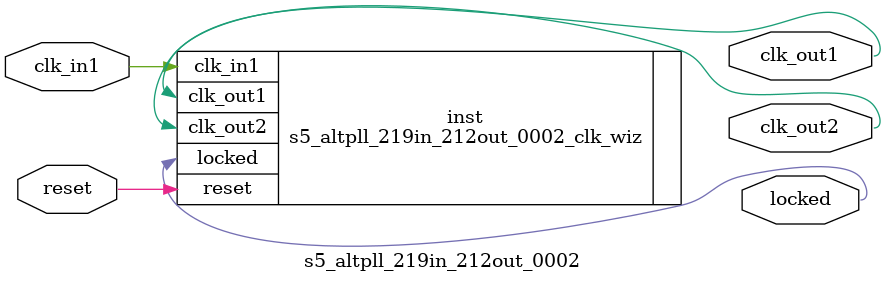
<source format=v>


`timescale 1ps/1ps

(* CORE_GENERATION_INFO = "s5_altpll_219in_212out_0002,clk_wiz_v5_4_2_0,{component_name=s5_altpll_219in_212out_0002,use_phase_alignment=false,use_min_o_jitter=false,use_max_i_jitter=false,use_dyn_phase_shift=false,use_inclk_switchover=false,use_dyn_reconfig=false,enable_axi=0,feedback_source=FDBK_AUTO,PRIMITIVE=PLL,num_out_clk=2,clkin1_period=4.563,clkin2_period=10.0,use_power_down=false,use_reset=true,use_locked=true,use_inclk_stopped=false,feedback_type=SINGLE,CLOCK_MGR_TYPE=NA,manual_override=false}" *)

module s5_altpll_219in_212out_0002 
 (
  // Clock out ports
  output        clk_out1,
  output        clk_out2,
  // Status and control signals
  input         reset,
  output        locked,
 // Clock in ports
  input         clk_in1
 );

  s5_altpll_219in_212out_0002_clk_wiz inst
  (
  // Clock out ports  
  .clk_out1(clk_out1),
  .clk_out2(clk_out2),
  // Status and control signals               
  .reset(reset), 
  .locked(locked),
 // Clock in ports
  .clk_in1(clk_in1)
  );

endmodule

</source>
